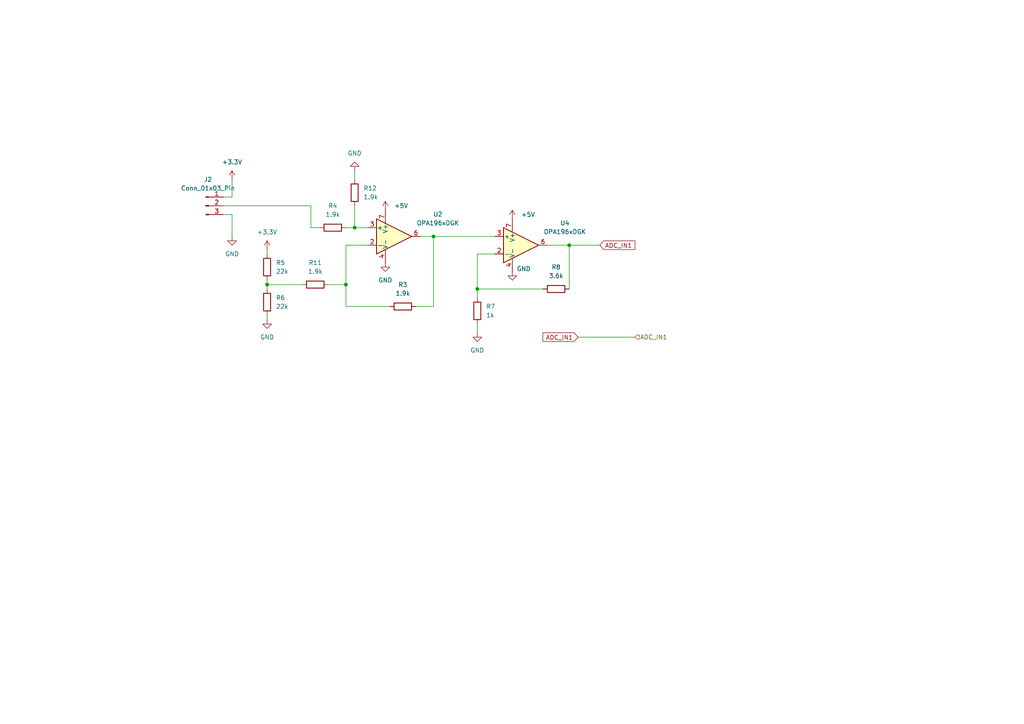
<source format=kicad_sch>
(kicad_sch (version 20250114) (generator "eeschema") (generator_version "9.0")
  (paper "A4")
  (lib_symbols
    (symbol "Amplifier_Operational:OPA196xDGK" (pin_names (offset 0.127))
      (property "Reference" "U" (at 0 5.08 0))
      (property "Value" "OPA196xDGK" (at 0 -5.08 0))
      (symbol "OPA196xDGK_0_1"
        (polyline (pts (xy -5.08 5.08) (xy 5.08 0) (xy -5.08 -5.08) (xy -5.08 5.08)) (stroke (width 0.254)) (fill (type background)))
        (pin power_in line (at -2.54 7.62 270) (length 3.81) (name "V+") (number "7"))
        (pin power_in line (at -2.54 -7.62 90) (length 3.81) (name "V-") (number "4"))
        (pin no_connect line (at 0 2.54 270) (length 2.54) (hide yes) (name "NC") (number "5"))
        (pin no_connect line (at 0 -2.54 90) (length 2.54) (hide yes) (name "NC") (number "8"))
        (pin no_connect line (at 2.54 0 270) (length 2.54) (hide yes) (name "NC") (number "1"))
      )
      (symbol "OPA196xDGK_1_1"
        (pin input line (at -7.62 2.54 0) (length 2.54) (name "+") (number "3"))
        (pin input line (at -7.62 -2.54 0) (length 2.54) (name "-") (number "2"))
        (pin output line (at 7.62 0 180) (length 2.54) (name "~") (number "6"))
      )
    )
    (symbol "Connector:Conn_01x03_Pin" (pin_names (offset 1.016) (hide yes))
      (property "Reference" "J" (at 0 5.08 0))
      (property "Value" "Conn_01x03_Pin" (at 0 -5.08 0))
      (symbol "Conn_01x03_Pin_1_1"
        (rectangle (start 0.8636 2.667) (end 0 2.413) (stroke (width 0.1524)) (fill (type outline)))
        (rectangle (start 0.8636 0.127) (end 0 -0.127) (stroke (width 0.1524)) (fill (type outline)))
        (rectangle (start 0.8636 -2.413) (end 0 -2.667) (stroke (width 0.1524)) (fill (type outline)))
        (polyline (pts (xy 1.27 2.54) (xy 0.8636 2.54)) (stroke (width 0.1524)))
        (polyline (pts (xy 1.27 0) (xy 0.8636 0)) (stroke (width 0.1524)))
        (polyline (pts (xy 1.27 -2.54) (xy 0.8636 -2.54)) (stroke (width 0.1524)))
        (pin passive line (at 5.08 2.54 180) (length 3.81) (name "Pin_1") (number "1"))
        (pin passive line (at 5.08 0 180) (length 3.81) (name "Pin_2") (number "2"))
        (pin passive line (at 5.08 -2.54 180) (length 3.81) (name "Pin_3") (number "3"))
      )
    )
    (symbol "Device:R" (pin_numbers (hide yes)) (pin_names (offset 0))
      (property "Reference" "R" (at 2.032 0 90))
      (property "Value" "R" (at 0 0 90))
      (symbol "R_0_1"
        (rectangle (start -1.016 -2.54) (end 1.016 2.54) (stroke (width 0.254)))
      )
      (symbol "R_1_1"
        (pin passive line (at 0 3.81 270) (length 1.27) (name "~") (number "1"))
        (pin passive line (at 0 -3.81 90) (length 1.27) (name "~") (number "2"))
      )
    )
    (symbol "power:+3.3V" (power) (pin_numbers (hide yes)) (pin_names (offset 0) (hide yes))
      (property "Value" "+3.3V" (at 0 3.556 0))
      (symbol "+3.3V_0_1"
        (polyline (pts (xy -0.762 1.27) (xy 0 2.54)))
        (polyline (pts (xy 0 2.54) (xy 0.762 1.27)))
        (polyline (pts (xy 0 0) (xy 0 2.54)))
      )
      (symbol "+3.3V_1_1"
        (pin power_in line (at 0 0 90) (length 0) (name "~") (number "1"))
      )
    )
    (symbol "power:GND" (power) (pin_numbers (hide yes)) (pin_names (offset 0) (hide yes))
      (property "Value" "GND" (at 0 -3.81 0))
      (symbol "GND_0_1"
        (polyline (pts (xy 0 0) (xy 0 -1.27) (xy 1.27 -1.27) (xy 0 -2.54) (xy -1.27 -1.27) (xy 0 -1.27)))
      )
      (symbol "GND_1_1"
        (pin power_in line (at 0 0 270) (length 0) (name "~") (number "1"))
      )
    )
  )
  (junction (at 125.73 68.58))
  (junction (at 100.33 82.55))
  (junction (at 102.87 66.04))
  (junction (at 77.47 82.55))
  (junction (at 165.1 71.12))
  (junction (at 138.43 83.82))
  (wire (pts (xy 77.47 81.28) (xy 77.47 82.55)))
  (wire (pts (xy 138.43 83.82) (xy 138.43 86.36)))
  (wire (pts (xy 77.47 91.44) (xy 77.47 92.71)))
  (wire (pts (xy 143.51 73.66) (xy 138.43 73.66)))
  (wire (pts (xy 90.17 66.04) (xy 92.71 66.04)))
  (wire (pts (xy 67.31 52.07) (xy 67.31 57.15)))
  (wire (pts (xy 77.47 82.55) (xy 77.47 83.82)))
  (wire (pts (xy 100.33 82.55) (xy 100.33 88.9)))
  (wire (pts (xy 102.87 59.69) (xy 102.87 66.04)))
  (wire (pts (xy 77.47 82.55) (xy 87.63 82.55)))
  (wire (pts (xy 121.92 68.58) (xy 125.73 68.58)))
  (wire (pts (xy 120.65 88.9) (xy 125.73 88.9)))
  (wire (pts (xy 100.33 82.55) (xy 100.33 71.12)))
  (wire (pts (xy 67.31 57.15) (xy 64.77 57.15)))
  (wire (pts (xy 138.43 93.98) (xy 138.43 96.52)))
  (wire (pts (xy 64.77 59.69) (xy 90.17 59.69)))
  (wire (pts (xy 165.1 71.12) (xy 173.99 71.12)))
  (wire (pts (xy 102.87 66.04) (xy 106.68 66.04)))
  (wire (pts (xy 138.43 83.82) (xy 157.48 83.82)))
  (wire (pts (xy 165.1 71.12) (xy 158.75 71.12)))
  (wire (pts (xy 100.33 71.12) (xy 106.68 71.12)))
  (wire (pts (xy 125.73 68.58) (xy 143.51 68.58)))
  (wire (pts (xy 125.73 68.58) (xy 125.73 88.9)))
  (wire (pts (xy 102.87 49.53) (xy 102.87 52.07)))
  (wire (pts (xy 77.47 72.39) (xy 77.47 73.66)))
  (wire (pts (xy 167.64 97.79) (xy 184.15 97.79)))
  (wire (pts (xy 165.1 83.82) (xy 165.1 71.12)))
  (wire (pts (xy 138.43 73.66) (xy 138.43 83.82)))
  (wire (pts (xy 67.31 62.23) (xy 64.77 62.23)))
  (wire (pts (xy 100.33 66.04) (xy 102.87 66.04)))
  (wire (pts (xy 100.33 82.55) (xy 95.25 82.55)))
  (wire (pts (xy 100.33 88.9) (xy 113.03 88.9)))
  (wire (pts (xy 67.31 68.58) (xy 67.31 62.23)))
  (wire (pts (xy 90.17 59.69) (xy 90.17 66.04)))
  (global_label "ADC_IN1" (shape input) (at 167.64 97.79 180) (property "Intersheetrefs" "${INTERSHEET_REFS}" (effects (hide yes))))
  (global_label "ADC_IN1" (shape input) (at 173.99 71.12 0) (property "Intersheetrefs" "${INTERSHEET_REFS}" (effects (hide yes))))
  (hierarchical_label "ADC_IN1" (shape input) (at 184.15 97.79 0))
  (symbol (lib_id "Device:R") (at 161.29 83.82 270) (unit 1)
    (property "Reference" "R8" (at 161.29 77.47 90))
    (property "Value" "3.6k" (at 161.29 80.01 90))
    (property "Footprint" "Resistor_SMD:R_0805_2012Metric" (effects (hide yes)))
    (property "Description" "Resistor" (effects (hide yes)))
  )
  (symbol (lib_id "power:GND") (at 67.31 68.58 0) (unit 1)
    (property "Reference" "#PWR027" (effects (hide yes)))
    (property "Value" "GND" (at 67.31 73.66 0))
    (property "Description" "Power symbol creates a global label with name \"GND\" , ground" (effects (hide yes)))
  )
  (symbol (lib_id "power:GND") (at 102.87 49.53 180) (unit 1)
    (property "Reference" "#PWR020" (effects (hide yes)))
    (property "Value" "GND" (at 102.87 44.45 0))
    (property "Description" "Power symbol creates a global label with name \"GND\" , ground" (effects (hide yes)))
  )
  (symbol (lib_id "Device:R") (at 77.47 87.63 0) (unit 1)
    (property "Reference" "R6" (at 80.01 86.3599 0) (effects (justify left)))
    (property "Value" "22k" (at 80.01 88.8999 0) (effects (justify left)))
    (property "Footprint" "Resistor_SMD:R_0805_2012Metric" (effects (hide yes)))
    (property "Description" "Resistor" (effects (hide yes)))
  )
  (symbol (lib_id "power:GND") (at 111.76 76.2 0) (unit 1)
    (property "Reference" "#PWR022" (effects (hide yes)))
    (property "Value" "GND" (at 111.76 81.28 0))
    (property "Description" "Power symbol creates a global label with name \"GND\" , ground" (effects (hide yes)))
  )
  (symbol (lib_id "Amplifier_Operational:OPA196xDGK") (at 114.3 68.58 0) (unit 1)
    (property "Reference" "U2" (at 127 62.1598 0))
    (property "Value" "OPA196xDGK" (at 127 64.6998 0))
    (property "Footprint" "Package_SO:VSSOP-8_3x3mm_P0.65mm" (effects (hide yes)))
    (property "Datasheet" "http://www.ti.com/lit/ds/symlink/opa4196.pdf" (effects (hide yes)))
    (property "Description" "Single, Low-Power, Low Offset Voltage, Rail-to-Rail Operational Amplifier, VSSOP-8" (effects (hide yes)))
  )
  (symbol (lib_id "Device:R") (at 91.44 82.55 90) (unit 1)
    (property "Reference" "R11" (at 91.44 76.2 90))
    (property "Value" "1.9k" (at 91.44 78.74 90))
    (property "Footprint" "Resistor_SMD:R_0805_2012Metric" (effects (hide yes)))
    (property "Description" "Resistor" (effects (hide yes)))
  )
  (symbol (lib_id "power:GND") (at 138.43 96.52 0) (unit 1)
    (property "Reference" "#PWR025" (effects (hide yes)))
    (property "Value" "GND" (at 138.43 101.6 0))
    (property "Description" "Power symbol creates a global label with name \"GND\" , ground" (effects (hide yes)))
  )
  (symbol (lib_id "power:+3.3V") (at 77.47 72.39 0) (unit 1)
    (property "Reference" "#PWR018" (effects (hide yes)))
    (property "Value" "+3.3V" (at 77.47 67.31 0))
    (property "Description" "Power symbol creates a global label with name \"+3.3V\"" (effects (hide yes)))
  )
  (symbol (lib_id "power:+3.3V") (at 148.59 63.5 0) (unit 1)
    (property "Reference" "#PWR023" (effects (hide yes)))
    (property "Value" "+5V" (at 151.13 62.2299 0) (effects (justify left)))
    (property "Description" "Power symbol creates a global label with name \"+3.3V\"" (effects (hide yes)))
  )
  (symbol (lib_id "Connector:Conn_01x03_Pin") (at 59.69 59.69 0) (unit 1)
    (property "Reference" "J2" (at 60.325 52.07 0))
    (property "Value" "Conn_01x03_Pin" (at 60.325 54.61 0))
    (property "Footprint" "Connector_PinHeader_2.54mm:PinHeader_1x03_P2.54mm_Vertical" (effects (hide yes)))
    (property "Description" "Generic connector, single row, 01x03, script generated" (effects (hide yes)))
  )
  (symbol (lib_id "Device:R") (at 102.87 55.88 180) (unit 1)
    (property "Reference" "R12" (at 105.41 54.6099 0) (effects (justify right)))
    (property "Value" "1.9k" (at 105.41 57.1499 0) (effects (justify right)))
    (property "Footprint" "Resistor_SMD:R_0805_2012Metric" (effects (hide yes)))
    (property "Description" "Resistor" (effects (hide yes)))
  )
  (symbol (lib_id "Device:R") (at 96.52 66.04 270) (unit 1)
    (property "Reference" "R4" (at 96.52 59.69 90))
    (property "Value" "1.9k" (at 96.52 62.23 90))
    (property "Footprint" "Resistor_SMD:R_0805_2012Metric" (effects (hide yes)))
    (property "Description" "Resistor" (effects (hide yes)))
  )
  (symbol (lib_id "power:GND") (at 77.47 92.71 0) (unit 1)
    (property "Reference" "#PWR019" (effects (hide yes)))
    (property "Value" "GND" (at 77.47 97.79 0))
    (property "Description" "Power symbol creates a global label with name \"GND\" , ground" (effects (hide yes)))
  )
  (symbol (lib_id "Device:R") (at 138.43 90.17 180) (unit 1)
    (property "Reference" "R7" (at 140.97 88.8999 0) (effects (justify right)))
    (property "Value" "1k" (at 140.97 91.4399 0) (effects (justify right)))
    (property "Footprint" "Resistor_SMD:R_0805_2012Metric" (effects (hide yes)))
    (property "Description" "Resistor" (effects (hide yes)))
  )
  (symbol (lib_id "power:+3.3V") (at 111.76 60.96 0) (unit 1)
    (property "Reference" "#PWR021" (effects (hide yes)))
    (property "Value" "+5V" (at 114.3 59.6899 0) (effects (justify left)))
    (property "Description" "Power symbol creates a global label with name \"+3.3V\"" (effects (hide yes)))
  )
  (symbol (lib_id "Device:R") (at 116.84 88.9 90) (unit 1)
    (property "Reference" "R3" (at 116.84 82.55 90))
    (property "Value" "1.9k" (at 116.84 85.09 90))
    (property "Footprint" "Resistor_SMD:R_0805_2012Metric" (effects (hide yes)))
    (property "Description" "Resistor" (effects (hide yes)))
  )
  (symbol (lib_id "power:GND") (at 148.59 78.74 0) (unit 1)
    (property "Reference" "#PWR024" (effects (hide yes)))
    (property "Value" "GND" (at 151.892 77.978 0))
    (property "Description" "Power symbol creates a global label with name \"GND\" , ground" (effects (hide yes)))
  )
  (symbol (lib_id "Amplifier_Operational:OPA196xDGK") (at 151.13 71.12 0) (unit 1)
    (property "Reference" "U4" (at 163.83 64.6998 0))
    (property "Value" "OPA196xDGK" (at 163.83 67.2398 0))
    (property "Footprint" "Package_SO:VSSOP-8_3x3mm_P0.65mm" (effects (hide yes)))
    (property "Datasheet" "http://www.ti.com/lit/ds/symlink/opa4196.pdf" (effects (hide yes)))
    (property "Description" "Single, Low-Power, Low Offset Voltage, Rail-to-Rail Operational Amplifier, VSSOP-8" (effects (hide yes)))
  )
  (symbol (lib_id "power:+3.3V") (at 67.31 52.07 0) (unit 1)
    (property "Reference" "#PWR026" (effects (hide yes)))
    (property "Value" "+3.3V" (at 67.31 46.99 0))
    (property "Description" "Power symbol creates a global label with name \"+3.3V\"" (effects (hide yes)))
  )
  (symbol (lib_id "Device:R") (at 77.47 77.47 0) (unit 1)
    (property "Reference" "R5" (at 80.01 76.1999 0) (effects (justify left)))
    (property "Value" "22k" (at 80.01 78.7399 0) (effects (justify left)))
    (property "Footprint" "Resistor_SMD:R_0805_2012Metric" (effects (hide yes)))
    (property "Description" "Resistor" (effects (hide yes)))
  )
)
</source>
